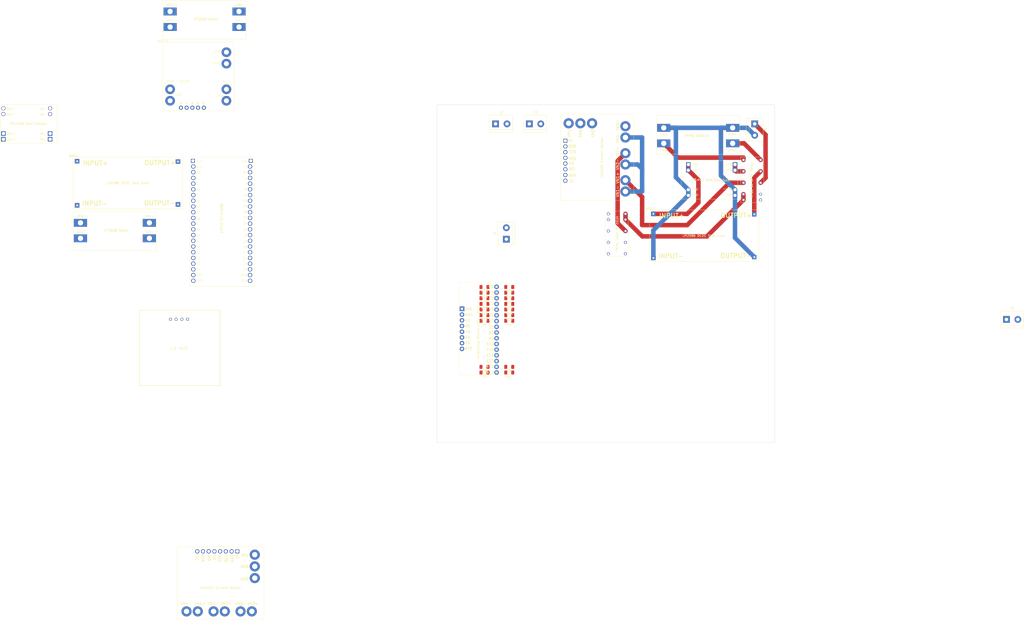
<source format=kicad_pcb>
(kicad_pcb (version 20241229) (generator "pcbnew") (generator_version "9.0")
  (layers (0 "F.Cu" signal) (2 "B.Cu" signal) (13 "F.Paste" user) (15 "B.Paste" user) (5 "F.SilkS" user "F.Silkscreen") (7 "B.SilkS" user "B.Silkscreen") (1 "F.Mask" user) (3 "B.Mask" user) (25 "Edge.Cuts" user))
  (net 0 "")
  (net 1 "Net-(BRD2-VOUT+)")
  (net 2 "GND")
  (net 3 "Net-(BRD1-OUT+-Pad3)")
  (net 4 "Net-(BRD2-VIN+)")
  (net 5 "Net-(BRD3-VIN+)")
  (net 6 "Net-(BRD3-VOUT+)")
  (net 7 "Net-(BRD5-VOUT+)")
  (net 8 "Net-(BRD4-OUT+-Pad3)")
  (net 9 "Net-(BRD5-VIN+)")
  (net 10 "Net-(BRD6-VIN+)")
  (net 11 "Net-(BRD6-VOUT+)")
  (net 12 "/MultiAdd2")
  (net 14 "/MultiAdd1")
  (net 17 "/MultiEn")
  (net 20 "/3V3")
  (net 21 "/AnaVoutMulti")
  (net 22 "/MultiAdd3")
  (net 25 "/MultiAdd0")
  (net 27 "/Current Meas & Solar/3V3")
  (net 28 "/Battery+")
  (net 30 "/Current Meas & Solar/SDA")
  (net 31 "/Current Meas & Solar/SolarPanelHi")
  (net 32 "/Current Meas & Solar/ExtLoadHi")
  (net 33 "/Current Meas & Solar/SCL")
  (net 35 "/SolarPanel+")
  (net 36 "/Current Meas & Solar/BattHi")
  (net 38 "/ExtLoad+")
  (net 40 "/Conn2Lo")
  (net 41 "/Current Meas & Solar/InternalLoad")
  (net 43 "/Conn1Lo")
  (net 48 "/Current Meas & Solar/5V")
  (net 51 "/Conn1Reset")
  (net 64 "/Conn2Reset")
  (net 67 "/Conn1Set")
  (net 73 "/Conn2Set")
  (net 78 "/Conn1Hi")
  (net 79 "/Conn2Hi")
  (net 80 "3V3")
  (net 81 "Net-(BRD7-C14)")
  (net 82 "Net-(BRD7-C5)")
  (net 83 "Net-(BRD7-C6)")
  (net 84 "Net-(BRD7-C3)")
  (net 85 "Net-(BRD7-C15)")
  (net 86 "Net-(BRD7-C2)")
  (net 87 "Net-(BRD7-C0)")
  (net 88 "Net-(BRD7-C1)")
  (net 89 "Net-(BRD7-C4)")
  (net 93 "/5V")
  (footprint "stimatofali:LM2596 Module" (layer "F.Cu") (at 113.3 73.2)
    (property "Reference" "BRD2")
    (property "Value" "LM2596 Buck")
  )
  (footprint "Resistor_SMD:R_1206_3216Metric_Pad1.30x1.75mm_HandSolder" (layer "F.Cu") (at 51 117.5 180)
    (property "Reference" "R14")
    (property "Value" "50k")
  )
  (footprint "stimatofali:TP4056 Battery Charger" (layer "F.Cu") (at 152.5 68.4 180)
    (property "Reference" "BRD1" (hide yes))
    (property "Value" "TPS4056" (hide yes))
  )
  (footprint "Resistor_SMD:R_1206_3216Metric_Pad1.30x1.75mm_HandSolder" (layer "F.Cu") (at 51 107.5 180)
    (property "Reference" "R16")
    (property "Value" "50k")
  )
  (footprint "stimatofali:HP4067 16Ch Analog Multiplexer" (layer "F.Cu") (at 46.7 146.61 180)
    (property "Reference" "BRD7" (hide yes))
    (property "Value" "HP4067 Analog Multplexer" (hide yes))
  )
  (footprint "stimatofali:TP4056 Battery Charger" (layer "F.Cu") (at -174.9 26.5)
    (property "Reference" "BRD4" (hide yes))
    (property "Value" "TPS4056" (hide yes))
  )
  (footprint "Resistor_SMD:R_1206_3216Metric_Pad1.30x1.75mm_HandSolder" (layer "F.Cu") (at 40 145.5 180)
    (property "Reference" "R3")
    (property "Value" "50k")
  )
  (footprint "Resistor_SMD:R_1206_3216Metric_Pad1.30x1.75mm_HandSolder" (layer "F.Cu") (at 51 120 180)
    (property "Reference" "R10")
    (property "Value" "100k")
  )
  (footprint "Resistor_SMD:R_1206_3216Metric_Pad1.30x1.75mm_HandSolder" (layer "F.Cu") (at 51 122.5 180)
    (property "Reference" "R4")
    (property "Value" "50k")
  )
  (footprint "Resistor_SMD:R_1206_3216Metric_Pad1.30x1.75mm_HandSolder" (layer "F.Cu") (at 40 112.5 180)
    (property "Reference" "R7")
    (property "Value" "10k")
  )
  (footprint "TerminalBlock:TerminalBlock_bornier-2_P5.08mm" (layer "F.Cu") (at 160 35 -90)
    (property "Reference" "J4")
    (property "Value" "Connection1")
  )
  (footprint "Resistor_SMD:R_1206_3216Metric_Pad1.30x1.75mm_HandSolder" (layer "F.Cu") (at 40 110 180)
    (property "Reference" "R13")
    (property "Value" "50k")
  )
  (footprint "stimatofali:MT3608 Boost" (layer "F.Cu") (at 153.4 48.51 180)
    (property "Reference" "BRD3" (hide yes))
    (property "Value" "MT3608" (hide yes))
  )
  (footprint "Resistor_SMD:R_1206_3216Metric_Pad1.30x1.75mm_HandSolder" (layer "F.Cu") (at 40 122.5 180)
    (property "Reference" "R5")
    (property "Value" "50k")
  )
  (footprint "stimatofali:ESP32-S3-N16R8" (layer "F.Cu") (at -90.8 49.8)
    (property "Reference" "BRD12" (hide yes))
    (property "Value" "ESP32-S3-N16R8" (hide yes))
  )
  (footprint "stimatofali:1.3OLED GME12864" (layer "F.Cu") (at -113.175 117.825)
    (property "Reference" "BRD13" (hide yes))
    (property "Value" "~" (hide yes))
  )
  (footprint "Resistor_SMD:R_1206_3216Metric_Pad1.30x1.75mm_HandSolder" (layer "F.Cu") (at 51 143 180)
    (property "Reference" "R8")
    (property "Value" "50k")
  )
  (footprint "Resistor_SMD:R_1206_3216Metric_Pad1.30x1.75mm_HandSolder" (layer "F.Cu") (at 40 120 180)
    (property "Reference" "R11")
    (property "Value" "10k")
  )
  (footprint "TerminalBlock:TerminalBlock_bornier-2_P5.08mm" (layer "F.Cu") (at 49.7 86.24 90)
    (property "Reference" "J1")
    (property "Value" "Solar")
  )
  (footprint "Resistor_SMD:R_1206_3216Metric_Pad1.30x1.75mm_HandSolder" (layer "F.Cu") (at 40 143 180)
    (property "Reference" "R9")
    (property "Value" "50k")
  )
  (footprint "stimatofali:MT3608 Boost" (layer "F.Cu") (at -102.81 -19.8)
    (property "Reference" "BRD11" (hide yes))
    (property "Value" "MT3608" (hide yes))
  )
  (footprint "stimatofali:HFD2 DPDT Relay" (layer "F.Cu") (at 103.89 73.8 -90)
    (property "Reference" "K2" (hide yes))
    (property "Value" "HFD2-003-M-L2-D" (hide yes))
  )
  (footprint "stimatofali:LM2596 Module" (layer "F.Cu") (at -142.61 49.8)
    (property "Reference" "BRD5")
    (property "Value" "LM2596 Buck")
  )
  (footprint "Resistor_SMD:R_1206_3216Metric_Pad1.30x1.75mm_HandSolder" (layer "F.Cu") (at 51 145.5 180)
    (property "Reference" "R17")
    (property "Value" "50k")
  )
  (footprint "stimatofali:INA3221 Current Sensor" (layer "F.Cu") (at 73.85 69.15 90)
    (property "Reference" "BRD9" (hide yes))
    (property "Value" "INA3221 Current Sensor" (hide yes))
  )
  (footprint "TerminalBlock:TerminalBlock_bornier-2_P5.08mm" (layer "F.Cu") (at 59.92 35)
    (property "Reference" "J3")
    (property "Value" "Load")
  )
  (footprint "stimatofali:INA3221 Current Sensor" (layer "F.Cu") (at -96.42 222.94)
    (property "Reference" "BRD8" (hide yes))
    (property "Value" "INA3221 Current Sensor" (hide yes))
  )
  (footprint "Resistor_SMD:R_1206_3216Metric_Pad1.30x1.75mm_HandSolder" (layer "F.Cu") (at 51 110 180)
    (property "Reference" "R12")
    (property "Value" "50k")
  )
  (footprint "stimatofali:MCP73871" (layer "F.Cu") (at -102.81 -1.28)
    (property "Reference" "BRD10")
    (property "Value" "MCP73871 Solar Charger")
  )
  (footprint "TerminalBlock:TerminalBlock_bornier-2_P5.08mm" (layer "F.Cu") (at 44.92 35)
    (property "Reference" "J2")
    (property "Value" "Battery")
  )
  (footprint "Resistor_SMD:R_1206_3216Metric_Pad1.30x1.75mm_HandSolder" (layer "F.Cu") (at 40 115 180)
    (property "Reference" "R20")
    (property "Value" "10k")
  )
  (footprint "Resistor_SMD:R_1206_3216Metric_Pad1.30x1.75mm_HandSolder" (layer "F.Cu") (at 51 112.5 180)
    (property "Reference" "R6")
    (property "Value" "50k")
  )
  (footprint "Resistor_SMD:R_1206_3216Metric_Pad1.30x1.75mm_HandSolder" (layer "F.Cu") (at 51 115 180)
    (property "Reference" "R19")
    (property "Value" "100k")
  )
  (footprint "Resistor_SMD:R_1206_3216Metric_Pad1.30x1.75mm_HandSolder" (layer "F.Cu") (at 40 107.5 180)
    (property "Reference" "R18")
    (property "Value" "10k")
  )
  (footprint "stimatofali:MT3608 Boost" (layer "F.Cu") (at -142.61 74.11)
    (property "Reference" "BRD6" (hide yes))
    (property "Value" "MT3608" (hide yes))
  )
  (footprint "Resistor_SMD:R_1206_3216Metric_Pad1.30x1.75mm_HandSolder" (layer "F.Cu") (at 40 117.5 180)
    (property "Reference" "R15")
    (property "Value" "50k")
  )
  (footprint "stimatofali:HFD2 DPDT Relay" (layer "F.Cu") (at 153.73 70 90)
    (property "Reference" "K1" (hide yes))
    (property "Value" "HFD2-003-M-L2-D" (hide yes))
  )
  (footprint "TerminalBlock:TerminalBlock_bornier-2_P5.08mm" (layer "F.Cu") (at 271.78 121.92)
    (property "Reference" "J5")
    (property "Value" "Connection2")
  )
  (gr_rect (start 18.9 26.5) (end 168.9 176.5) (stroke (width 0.1)) (fill no) (layer "Edge.Cuts"))
  (segment (start 135 60) (end 135 70) (width 2) (layer "F.Cu") (net 1))
  (segment (start 130 75) (end 115 75) (width 2) (layer "F.Cu") (net 1))
  (segment (start 130.5 55.6) (end 130.6 55.6) (width 2) (layer "F.Cu") (net 1))
  (segment (start 135 70) (end 130 75) (width 2) (layer "F.Cu") (net 1))
  (segment (start 130.5 53.06) (end 130.5 55.6) (width 2) (layer "F.Cu") (net 1))
  (segment (start 130.6 55.6) (end 135 60) (width 2) (layer "F.Cu") (net 1))
  (segment (start 115 82.3) (end 130.5 66.8) (width 2) (layer "B.Cu") (net 2))
  (segment (start 150.2 36.75) (end 156.67 36.75) (width 2) (layer "B.Cu") (net 2))
  (segment (start 115 94.6) (end 115 82.3) (width 2) (layer "B.Cu") (net 2))
  (segment (start 130.5 64.26) (end 125 58.76) (width 2) (layer "B.Cu") (net 2))
  (segment (start 151.25 85.65) (end 151.25 66.8) (width 2) (layer "B.Cu") (net 2))
  (segment (start 151.25 64.26) (end 145 58.01) (width 2) (layer "B.Cu") (net 2))
  (segment (start 130.5 66.8) (end 130.5 64.26) (width 2) (layer "B.Cu") (net 2))
  (segment (start 125 36.75) (end 119.6 36.75) (width 2) (layer "B.Cu") (net 2))
  (segment (start 145 36.75) (end 150.2 36.75) (width 2) (layer "B.Cu") (net 2))
  (segment (start 125 58.76) (end 125 36.75) (width 2) (layer "B.Cu") (net 2))
  (segment (start 159.8 94.2) (end 151.25 85.65) (width 2) (layer "B.Cu") (net 2))
  (segment (start 119.6 36.75) (end 150.2 36.75) (width 2) (layer "B.Cu") (net 2))
  (segment (start 145 58.01) (end 145 36.75) (width 2) (layer "B.Cu") (net 2))
  (segment (start 151.25 66.8) (end 151.25 64.26) (width 2) (layer "B.Cu") (net 2))
  (segment (start 156.67 36.75) (end 160 40.08) (width 2) (layer "B.Cu") (net 2))
  (segment (start 155 56.1) (end 151.75 56.1) (width 2) (layer "F.Cu") (net 3))
  (segment (start 151.25 53.06) (end 151.25 55.6) (width 2) (layer "F.Cu") (net 3))
  (segment (start 151.75 56.1) (end 151.25 55.6) (width 2) (layer "F.Cu") (net 3))
  (segment (start 159.8 58.92) (end 162.62 56.1) (width 2) (layer "F.Cu") (net 4))
  (segment (start 159.8 75.16) (end 159.8 58.92) (width 2) (layer "F.Cu") (net 4))
  (segment (start 119.6 43.66) (end 125.94 50) (width 2) (layer "F.Cu") (net 5))
  (segment (start 125.94 50) (end 155 50) (width 2) (layer "F.Cu") (net 5))
  (segment (start 155 50) (end 155 51.02) (width 2) (layer "F.Cu") (net 5))
  (segment (start 155.26 43.66) (end 162.62 51.02) (width 2) (layer "F.Cu") (net 6))
  (segment (start 150.2 43.66) (end 155.26 43.66) (width 2) (layer "F.Cu") (net 6))
  (segment (start 110 55) (end 110 41.05) (width 2) (layer "B.Cu") (net 36))
  (segment (start 110 65) (end 110 55) (width 2) (layer "B.Cu") (net 36))
  (segment (start 109.95 65.05) (end 110 65) (width 2) (layer "B.Cu") (net 36))
  (segment (start 108.05 53.05) (end 110 55) (width 2) (layer "B.Cu") (net 36))
  (segment (start 102.58 65.05) (end 109.95 65.05) (width 2) (layer "B.Cu") (net 36))
  (segment (start 110 41.05) (end 102.58 41.05) (width 2) (layer "B.Cu") (net 36))
  (segment (start 102.58 53.05) (end 108.05 53.05) (width 2) (layer "B.Cu") (net 36))
  (segment (start 99.129 51.501) (end 102.58 48.05) (width 2) (layer "F.Cu") (net 40))
  (segment (start 102.62 82.62) (end 99.129 79.129) (width 2) (layer "F.Cu") (net 40))
  (segment (start 99.129 79.129) (end 99.129 51.501) (width 2) (layer "F.Cu") (net 40))
  (segment (start 155 61.18) (end 148.82 61.18) (width 2) (layer "F.Cu") (net 43))
  (segment (start 148.82 61.18) (end 130 80) (width 2) (layer "F.Cu") (net 43))
  (segment (start 110 80) (end 110 67.47) (width 2) (layer "F.Cu") (net 43))
  (segment (start 130 80) (end 110 80) (width 2) (layer "F.Cu") (net 43))
  (segment (start 110 67.47) (end 102.58 60.05) (width 2) (layer "F.Cu") (net 43))
  (segment (start 164.821 58.979) (end 162.62 61.18) (width 2) (layer "F.Cu") (net 78))
  (segment (start 164.821 39.821) (end 164.821 58.979) (width 2) (layer "F.Cu") (net 78))
  (segment (start 160 35) (end 164.821 39.821) (width 2) (layer "F.Cu") (net 78))
  (segment (start 102.62 77.54) (end 110.08 85) (width 2) (layer "F.Cu") (net 80))
  (segment (start 110.08 85) (end 138.8 85) (width 2) (layer "F.Cu") (net 80))
  (segment (start 138.8 85) (end 155 68.8) (width 2) (layer "F.Cu") (net 80))
  (segment (start 155 66.26) (end 155 68.8) (width 2) (layer "F.Cu") (net 80))
  (segment (start 102.62 75) (end 102.62 77.54) (width 2) (layer "F.Cu") (net 80))
)
</source>
